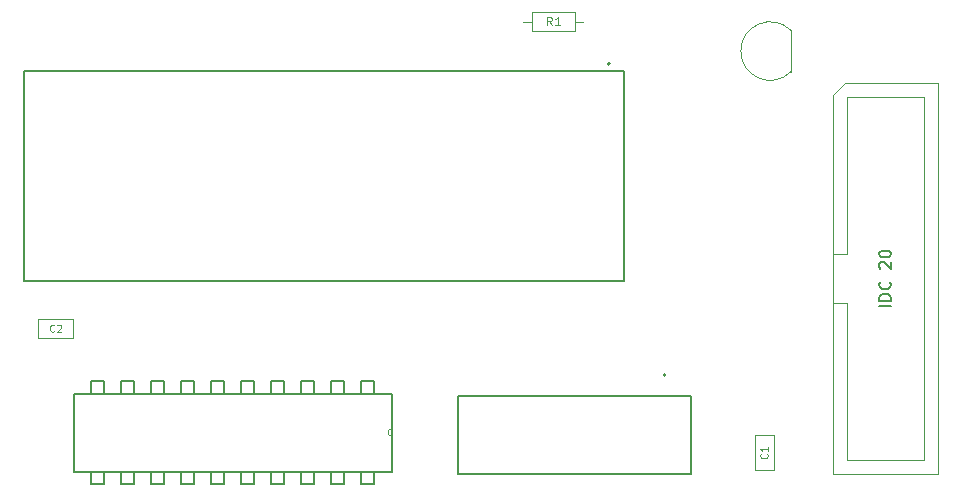
<source format=gbr>
G04 #@! TF.GenerationSoftware,KiCad,Pcbnew,8.99.0-unknown-5c22162d85~178~ubuntu22.04.1*
G04 #@! TF.CreationDate,2024-07-16T15:39:20+01:00*
G04 #@! TF.ProjectId,Lego9767,4c65676f-3937-4363-972e-6b696361645f,1.0.1*
G04 #@! TF.SameCoordinates,Original*
G04 #@! TF.FileFunction,AssemblyDrawing,Top*
%FSLAX46Y46*%
G04 Gerber Fmt 4.6, Leading zero omitted, Abs format (unit mm)*
G04 Created by KiCad (PCBNEW 8.99.0-unknown-5c22162d85~178~ubuntu22.04.1) date 2024-07-16 15:39:20*
%MOMM*%
%LPD*%
G01*
G04 APERTURE LIST*
%ADD10C,0.108000*%
%ADD11C,0.150000*%
%ADD12C,0.090000*%
%ADD13C,0.100000*%
%ADD14C,0.127000*%
%ADD15C,0.200000*%
%ADD16C,0.152400*%
G04 APERTURE END LIST*
D10*
X207011906Y-74827469D02*
X206771906Y-74484612D01*
X206600477Y-74827469D02*
X206600477Y-74107469D01*
X206600477Y-74107469D02*
X206874763Y-74107469D01*
X206874763Y-74107469D02*
X206943334Y-74141755D01*
X206943334Y-74141755D02*
X206977620Y-74176041D01*
X206977620Y-74176041D02*
X207011906Y-74244612D01*
X207011906Y-74244612D02*
X207011906Y-74347469D01*
X207011906Y-74347469D02*
X206977620Y-74416041D01*
X206977620Y-74416041D02*
X206943334Y-74450326D01*
X206943334Y-74450326D02*
X206874763Y-74484612D01*
X206874763Y-74484612D02*
X206600477Y-74484612D01*
X207697620Y-74827469D02*
X207286191Y-74827469D01*
X207491906Y-74827469D02*
X207491906Y-74107469D01*
X207491906Y-74107469D02*
X207423334Y-74210326D01*
X207423334Y-74210326D02*
X207354763Y-74278898D01*
X207354763Y-74278898D02*
X207286191Y-74313184D01*
D11*
X235724819Y-98603332D02*
X234724819Y-98603332D01*
X235724819Y-98127142D02*
X234724819Y-98127142D01*
X234724819Y-98127142D02*
X234724819Y-97889047D01*
X234724819Y-97889047D02*
X234772438Y-97746190D01*
X234772438Y-97746190D02*
X234867676Y-97650952D01*
X234867676Y-97650952D02*
X234962914Y-97603333D01*
X234962914Y-97603333D02*
X235153390Y-97555714D01*
X235153390Y-97555714D02*
X235296247Y-97555714D01*
X235296247Y-97555714D02*
X235486723Y-97603333D01*
X235486723Y-97603333D02*
X235581961Y-97650952D01*
X235581961Y-97650952D02*
X235677200Y-97746190D01*
X235677200Y-97746190D02*
X235724819Y-97889047D01*
X235724819Y-97889047D02*
X235724819Y-98127142D01*
X235629580Y-96555714D02*
X235677200Y-96603333D01*
X235677200Y-96603333D02*
X235724819Y-96746190D01*
X235724819Y-96746190D02*
X235724819Y-96841428D01*
X235724819Y-96841428D02*
X235677200Y-96984285D01*
X235677200Y-96984285D02*
X235581961Y-97079523D01*
X235581961Y-97079523D02*
X235486723Y-97127142D01*
X235486723Y-97127142D02*
X235296247Y-97174761D01*
X235296247Y-97174761D02*
X235153390Y-97174761D01*
X235153390Y-97174761D02*
X234962914Y-97127142D01*
X234962914Y-97127142D02*
X234867676Y-97079523D01*
X234867676Y-97079523D02*
X234772438Y-96984285D01*
X234772438Y-96984285D02*
X234724819Y-96841428D01*
X234724819Y-96841428D02*
X234724819Y-96746190D01*
X234724819Y-96746190D02*
X234772438Y-96603333D01*
X234772438Y-96603333D02*
X234820057Y-96555714D01*
X234820057Y-95412856D02*
X234772438Y-95365237D01*
X234772438Y-95365237D02*
X234724819Y-95269999D01*
X234724819Y-95269999D02*
X234724819Y-95031904D01*
X234724819Y-95031904D02*
X234772438Y-94936666D01*
X234772438Y-94936666D02*
X234820057Y-94889047D01*
X234820057Y-94889047D02*
X234915295Y-94841428D01*
X234915295Y-94841428D02*
X235010533Y-94841428D01*
X235010533Y-94841428D02*
X235153390Y-94889047D01*
X235153390Y-94889047D02*
X235724819Y-95460475D01*
X235724819Y-95460475D02*
X235724819Y-94841428D01*
X234724819Y-94222380D02*
X234724819Y-94127142D01*
X234724819Y-94127142D02*
X234772438Y-94031904D01*
X234772438Y-94031904D02*
X234820057Y-93984285D01*
X234820057Y-93984285D02*
X234915295Y-93936666D01*
X234915295Y-93936666D02*
X235105771Y-93889047D01*
X235105771Y-93889047D02*
X235343866Y-93889047D01*
X235343866Y-93889047D02*
X235534342Y-93936666D01*
X235534342Y-93936666D02*
X235629580Y-93984285D01*
X235629580Y-93984285D02*
X235677200Y-94031904D01*
X235677200Y-94031904D02*
X235724819Y-94127142D01*
X235724819Y-94127142D02*
X235724819Y-94222380D01*
X235724819Y-94222380D02*
X235677200Y-94317618D01*
X235677200Y-94317618D02*
X235629580Y-94365237D01*
X235629580Y-94365237D02*
X235534342Y-94412856D01*
X235534342Y-94412856D02*
X235343866Y-94460475D01*
X235343866Y-94460475D02*
X235105771Y-94460475D01*
X235105771Y-94460475D02*
X234915295Y-94412856D01*
X234915295Y-94412856D02*
X234820057Y-94365237D01*
X234820057Y-94365237D02*
X234772438Y-94317618D01*
X234772438Y-94317618D02*
X234724819Y-94222380D01*
D12*
X225215748Y-111099999D02*
X225244320Y-111128571D01*
X225244320Y-111128571D02*
X225272891Y-111214285D01*
X225272891Y-111214285D02*
X225272891Y-111271428D01*
X225272891Y-111271428D02*
X225244320Y-111357142D01*
X225244320Y-111357142D02*
X225187177Y-111414285D01*
X225187177Y-111414285D02*
X225130034Y-111442856D01*
X225130034Y-111442856D02*
X225015748Y-111471428D01*
X225015748Y-111471428D02*
X224930034Y-111471428D01*
X224930034Y-111471428D02*
X224815748Y-111442856D01*
X224815748Y-111442856D02*
X224758605Y-111414285D01*
X224758605Y-111414285D02*
X224701462Y-111357142D01*
X224701462Y-111357142D02*
X224672891Y-111271428D01*
X224672891Y-111271428D02*
X224672891Y-111214285D01*
X224672891Y-111214285D02*
X224701462Y-111128571D01*
X224701462Y-111128571D02*
X224730034Y-111099999D01*
X225272891Y-110528571D02*
X225272891Y-110871428D01*
X225272891Y-110699999D02*
X224672891Y-110699999D01*
X224672891Y-110699999D02*
X224758605Y-110757142D01*
X224758605Y-110757142D02*
X224815748Y-110814285D01*
X224815748Y-110814285D02*
X224844320Y-110871428D01*
X164900000Y-100715748D02*
X164871428Y-100744320D01*
X164871428Y-100744320D02*
X164785714Y-100772891D01*
X164785714Y-100772891D02*
X164728571Y-100772891D01*
X164728571Y-100772891D02*
X164642857Y-100744320D01*
X164642857Y-100744320D02*
X164585714Y-100687177D01*
X164585714Y-100687177D02*
X164557143Y-100630034D01*
X164557143Y-100630034D02*
X164528571Y-100515748D01*
X164528571Y-100515748D02*
X164528571Y-100430034D01*
X164528571Y-100430034D02*
X164557143Y-100315748D01*
X164557143Y-100315748D02*
X164585714Y-100258605D01*
X164585714Y-100258605D02*
X164642857Y-100201462D01*
X164642857Y-100201462D02*
X164728571Y-100172891D01*
X164728571Y-100172891D02*
X164785714Y-100172891D01*
X164785714Y-100172891D02*
X164871428Y-100201462D01*
X164871428Y-100201462D02*
X164900000Y-100230034D01*
X165128571Y-100230034D02*
X165157143Y-100201462D01*
X165157143Y-100201462D02*
X165214286Y-100172891D01*
X165214286Y-100172891D02*
X165357143Y-100172891D01*
X165357143Y-100172891D02*
X165414286Y-100201462D01*
X165414286Y-100201462D02*
X165442857Y-100230034D01*
X165442857Y-100230034D02*
X165471428Y-100287177D01*
X165471428Y-100287177D02*
X165471428Y-100344320D01*
X165471428Y-100344320D02*
X165442857Y-100430034D01*
X165442857Y-100430034D02*
X165100000Y-100772891D01*
X165100000Y-100772891D02*
X165471428Y-100772891D01*
D13*
X204591906Y-74500000D02*
X205331906Y-74500000D01*
X205331906Y-73700000D02*
X205331906Y-75300000D01*
X205331906Y-75300000D02*
X208931906Y-75300000D01*
X208931906Y-73700000D02*
X205331906Y-73700000D01*
X208931906Y-75300000D02*
X208931906Y-73700000D01*
X209671906Y-74500000D02*
X208931906Y-74500000D01*
D14*
X162290000Y-78730000D02*
X213090000Y-78730000D01*
X162290000Y-96510000D02*
X162290000Y-78730000D01*
X213090000Y-78730000D02*
X213090000Y-96510000D01*
X213090000Y-96510000D02*
X162290000Y-96510000D01*
D15*
X211920000Y-78080000D02*
G75*
G02*
X211720000Y-78080000I-100000J0D01*
G01*
X211720000Y-78080000D02*
G75*
G02*
X211920000Y-78080000I100000J0D01*
G01*
D13*
X227241906Y-78740000D02*
X227241906Y-75240000D01*
X223011906Y-77000000D02*
G75*
G02*
X227245531Y-75246375I2480000J0D01*
G01*
X227245531Y-78753625D02*
G75*
G02*
X223011906Y-77000000I-1753625J1753625D01*
G01*
D14*
X199075000Y-106170000D02*
X199075000Y-112770000D01*
X218765000Y-106170000D02*
X199075000Y-106170000D01*
X218765000Y-106170000D02*
X218765000Y-112770000D01*
X218765000Y-112770000D02*
X199075000Y-112770000D01*
D15*
X216640000Y-104415000D02*
G75*
G02*
X216440000Y-104415000I-100000J0D01*
G01*
X216440000Y-104415000D02*
G75*
G02*
X216640000Y-104415000I100000J0D01*
G01*
D13*
X230820000Y-80740000D02*
X231820000Y-79740000D01*
X230820000Y-94220000D02*
X232020000Y-94220000D01*
X230820000Y-112800000D02*
X230820000Y-80740000D01*
X231820000Y-79740000D02*
X239720000Y-79740000D01*
X232020000Y-80930000D02*
X238520000Y-80930000D01*
X232020000Y-94220000D02*
X232020000Y-80930000D01*
X232020000Y-98320000D02*
X230820000Y-98320000D01*
X232020000Y-98320000D02*
X232020000Y-98320000D01*
X232020000Y-111610000D02*
X232020000Y-98320000D01*
X238520000Y-80930000D02*
X238520000Y-111610000D01*
X238520000Y-111610000D02*
X232020000Y-111610000D01*
X239720000Y-79740000D02*
X239720000Y-112800000D01*
X239720000Y-112800000D02*
X230820000Y-112800000D01*
D16*
X166519906Y-106008000D02*
X166519906Y-112612000D01*
X166519906Y-112612000D02*
X193443906Y-112612000D01*
X167993106Y-104941200D02*
X167993106Y-106008000D01*
X167993106Y-106008000D02*
X169110706Y-106008000D01*
X167993106Y-112612000D02*
X167993106Y-113678800D01*
X167993106Y-113678800D02*
X169110706Y-113678800D01*
X169110706Y-104941200D02*
X167993106Y-104941200D01*
X169110706Y-106008000D02*
X169110706Y-104941200D01*
X169110706Y-112612000D02*
X167993106Y-112612000D01*
X169110706Y-113678800D02*
X169110706Y-112612000D01*
X170533106Y-104941200D02*
X170533106Y-106008000D01*
X170533106Y-106008000D02*
X171650706Y-106008000D01*
X170533106Y-112612000D02*
X170533106Y-113678800D01*
X170533106Y-113678800D02*
X171650706Y-113678800D01*
X171650706Y-104941200D02*
X170533106Y-104941200D01*
X171650706Y-106008000D02*
X171650706Y-104941200D01*
X171650706Y-112612000D02*
X170533106Y-112612000D01*
X171650706Y-113678800D02*
X171650706Y-112612000D01*
X173073106Y-104941200D02*
X173073106Y-106008000D01*
X173073106Y-106008000D02*
X174190706Y-106008000D01*
X173073106Y-112612000D02*
X173073106Y-113678800D01*
X173073106Y-113678800D02*
X174190706Y-113678800D01*
X174190706Y-104941200D02*
X173073106Y-104941200D01*
X174190706Y-106008000D02*
X174190706Y-104941200D01*
X174190706Y-112612000D02*
X173073106Y-112612000D01*
X174190706Y-113678800D02*
X174190706Y-112612000D01*
X175613106Y-104941200D02*
X175613106Y-106008000D01*
X175613106Y-106008000D02*
X176730706Y-106008000D01*
X175613106Y-112612000D02*
X175613106Y-113678800D01*
X175613106Y-113678800D02*
X176730706Y-113678800D01*
X176730706Y-104941200D02*
X175613106Y-104941200D01*
X176730706Y-106008000D02*
X176730706Y-104941200D01*
X176730706Y-112612000D02*
X175613106Y-112612000D01*
X176730706Y-113678800D02*
X176730706Y-112612000D01*
X178153106Y-104941200D02*
X178153106Y-106008000D01*
X178153106Y-106008000D02*
X179270706Y-106008000D01*
X178153106Y-112612000D02*
X178153106Y-113678800D01*
X178153106Y-113678800D02*
X179270706Y-113678800D01*
X179270706Y-104941200D02*
X178153106Y-104941200D01*
X179270706Y-106008000D02*
X179270706Y-104941200D01*
X179270706Y-112612000D02*
X178153106Y-112612000D01*
X179270706Y-113678800D02*
X179270706Y-112612000D01*
X180693106Y-104941200D02*
X180693106Y-106008000D01*
X180693106Y-106008000D02*
X181810706Y-106008000D01*
X180693106Y-112612000D02*
X180693106Y-113678800D01*
X180693106Y-113678800D02*
X181810706Y-113678800D01*
X181810706Y-104941200D02*
X180693106Y-104941200D01*
X181810706Y-106008000D02*
X181810706Y-104941200D01*
X181810706Y-112612000D02*
X180693106Y-112612000D01*
X181810706Y-113678800D02*
X181810706Y-112612000D01*
X183233106Y-104941200D02*
X183233106Y-106008000D01*
X183233106Y-106008000D02*
X184350706Y-106008000D01*
X183233106Y-112612000D02*
X183233106Y-113678800D01*
X183233106Y-113678800D02*
X184350706Y-113678800D01*
X184350706Y-104941200D02*
X183233106Y-104941200D01*
X184350706Y-106008000D02*
X184350706Y-104941200D01*
X184350706Y-112612000D02*
X183233106Y-112612000D01*
X184350706Y-113678800D02*
X184350706Y-112612000D01*
X185773106Y-104941200D02*
X185773106Y-106008000D01*
X185773106Y-106008000D02*
X186890706Y-106008000D01*
X185773106Y-112612000D02*
X185773106Y-113678800D01*
X185773106Y-113678800D02*
X186890706Y-113678800D01*
X186890706Y-104941200D02*
X185773106Y-104941200D01*
X186890706Y-106008000D02*
X186890706Y-104941200D01*
X186890706Y-112612000D02*
X185773106Y-112612000D01*
X186890706Y-113678800D02*
X186890706Y-112612000D01*
X188313106Y-104941200D02*
X188313106Y-106008000D01*
X188313106Y-106008000D02*
X189430706Y-106008000D01*
X188313106Y-112612000D02*
X188313106Y-113678800D01*
X188313106Y-113678800D02*
X189430706Y-113678800D01*
X189430706Y-104941200D02*
X188313106Y-104941200D01*
X189430706Y-106008000D02*
X189430706Y-104941200D01*
X189430706Y-112612000D02*
X188313106Y-112612000D01*
X189430706Y-113678800D02*
X189430706Y-112612000D01*
X190853106Y-104941200D02*
X190853106Y-106008000D01*
X190853106Y-106008000D02*
X191970706Y-106008000D01*
X190853106Y-112612000D02*
X190853106Y-113678800D01*
X190853106Y-113678800D02*
X191970706Y-113678800D01*
X191970706Y-104941200D02*
X190853106Y-104941200D01*
X191970706Y-106008000D02*
X191970706Y-104941200D01*
X191970706Y-112612000D02*
X190853106Y-112612000D01*
X191970706Y-113678800D02*
X191970706Y-112612000D01*
X193443906Y-106008000D02*
X166519906Y-106008000D01*
X193443906Y-109005200D02*
X193443906Y-106008000D01*
X193443906Y-109614800D02*
X193443906Y-109005200D01*
X193443906Y-112612000D02*
X193443906Y-109614800D01*
D13*
X193443906Y-109614800D02*
G75*
G02*
X193443906Y-109005200I0J304800D01*
G01*
X224200000Y-109500000D02*
X224200000Y-112500000D01*
X224200000Y-112500000D02*
X225800000Y-112500000D01*
X225800000Y-109500000D02*
X224200000Y-109500000D01*
X225800000Y-112500000D02*
X225800000Y-109500000D01*
X163500000Y-99700000D02*
X163500000Y-101300000D01*
X163500000Y-101300000D02*
X166500000Y-101300000D01*
X166500000Y-99700000D02*
X163500000Y-99700000D01*
X166500000Y-101300000D02*
X166500000Y-99700000D01*
M02*

</source>
